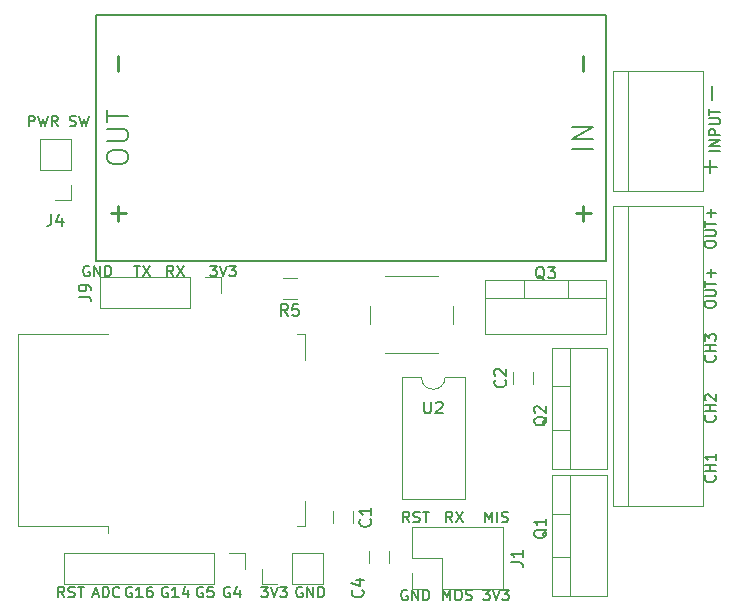
<source format=gto>
G04 #@! TF.GenerationSoftware,KiCad,Pcbnew,(5.1.5)-3*
G04 #@! TF.CreationDate,2020-04-09T15:05:06+03:00*
G04 #@! TF.ProjectId,DCDimmer,44434469-6d6d-4657-922e-6b696361645f,rev?*
G04 #@! TF.SameCoordinates,Original*
G04 #@! TF.FileFunction,Legend,Top*
G04 #@! TF.FilePolarity,Positive*
%FSLAX46Y46*%
G04 Gerber Fmt 4.6, Leading zero omitted, Abs format (unit mm)*
G04 Created by KiCad (PCBNEW (5.1.5)-3) date 2020-04-09 15:05:06*
%MOMM*%
%LPD*%
G04 APERTURE LIST*
%ADD10C,0.150000*%
%ADD11C,0.120000*%
%ADD12C,0.254000*%
%ADD13C,0.127000*%
%ADD14C,0.152400*%
G04 APERTURE END LIST*
D10*
X118265714Y-92725142D02*
X118822857Y-92725142D01*
X118522857Y-93068000D01*
X118651428Y-93068000D01*
X118737142Y-93110857D01*
X118780000Y-93153714D01*
X118822857Y-93239428D01*
X118822857Y-93453714D01*
X118780000Y-93539428D01*
X118737142Y-93582285D01*
X118651428Y-93625142D01*
X118394285Y-93625142D01*
X118308571Y-93582285D01*
X118265714Y-93539428D01*
X119080000Y-92725142D02*
X119380000Y-93625142D01*
X119680000Y-92725142D01*
X119894285Y-92725142D02*
X120451428Y-92725142D01*
X120151428Y-93068000D01*
X120280000Y-93068000D01*
X120365714Y-93110857D01*
X120408571Y-93153714D01*
X120451428Y-93239428D01*
X120451428Y-93453714D01*
X120408571Y-93539428D01*
X120365714Y-93582285D01*
X120280000Y-93625142D01*
X120022857Y-93625142D01*
X119937142Y-93582285D01*
X119894285Y-93539428D01*
X115166000Y-93625142D02*
X114866000Y-93196571D01*
X114651714Y-93625142D02*
X114651714Y-92725142D01*
X114994571Y-92725142D01*
X115080285Y-92768000D01*
X115123142Y-92810857D01*
X115166000Y-92896571D01*
X115166000Y-93025142D01*
X115123142Y-93110857D01*
X115080285Y-93153714D01*
X114994571Y-93196571D01*
X114651714Y-93196571D01*
X115466000Y-92725142D02*
X116066000Y-93625142D01*
X116066000Y-92725142D02*
X115466000Y-93625142D01*
X111836285Y-92725142D02*
X112350571Y-92725142D01*
X112093428Y-93625142D02*
X112093428Y-92725142D01*
X112564857Y-92725142D02*
X113164857Y-93625142D01*
X113164857Y-92725142D02*
X112564857Y-93625142D01*
X108026285Y-92768000D02*
X107940571Y-92725142D01*
X107812000Y-92725142D01*
X107683428Y-92768000D01*
X107597714Y-92853714D01*
X107554857Y-92939428D01*
X107512000Y-93110857D01*
X107512000Y-93239428D01*
X107554857Y-93410857D01*
X107597714Y-93496571D01*
X107683428Y-93582285D01*
X107812000Y-93625142D01*
X107897714Y-93625142D01*
X108026285Y-93582285D01*
X108069142Y-93539428D01*
X108069142Y-93239428D01*
X107897714Y-93239428D01*
X108454857Y-93625142D02*
X108454857Y-92725142D01*
X108969142Y-93625142D01*
X108969142Y-92725142D01*
X109397714Y-93625142D02*
X109397714Y-92725142D01*
X109612000Y-92725142D01*
X109740571Y-92768000D01*
X109826285Y-92853714D01*
X109869142Y-92939428D01*
X109912000Y-93110857D01*
X109912000Y-93239428D01*
X109869142Y-93410857D01*
X109826285Y-93496571D01*
X109740571Y-93582285D01*
X109612000Y-93625142D01*
X109397714Y-93625142D01*
X102924285Y-80925142D02*
X102924285Y-80025142D01*
X103267142Y-80025142D01*
X103352857Y-80068000D01*
X103395714Y-80110857D01*
X103438571Y-80196571D01*
X103438571Y-80325142D01*
X103395714Y-80410857D01*
X103352857Y-80453714D01*
X103267142Y-80496571D01*
X102924285Y-80496571D01*
X103738571Y-80025142D02*
X103952857Y-80925142D01*
X104124285Y-80282285D01*
X104295714Y-80925142D01*
X104510000Y-80025142D01*
X105367142Y-80925142D02*
X105067142Y-80496571D01*
X104852857Y-80925142D02*
X104852857Y-80025142D01*
X105195714Y-80025142D01*
X105281428Y-80068000D01*
X105324285Y-80110857D01*
X105367142Y-80196571D01*
X105367142Y-80325142D01*
X105324285Y-80410857D01*
X105281428Y-80453714D01*
X105195714Y-80496571D01*
X104852857Y-80496571D01*
X106395714Y-80882285D02*
X106524285Y-80925142D01*
X106738571Y-80925142D01*
X106824285Y-80882285D01*
X106867142Y-80839428D01*
X106910000Y-80753714D01*
X106910000Y-80668000D01*
X106867142Y-80582285D01*
X106824285Y-80539428D01*
X106738571Y-80496571D01*
X106567142Y-80453714D01*
X106481428Y-80410857D01*
X106438571Y-80368000D01*
X106395714Y-80282285D01*
X106395714Y-80196571D01*
X106438571Y-80110857D01*
X106481428Y-80068000D01*
X106567142Y-80025142D01*
X106781428Y-80025142D01*
X106910000Y-80068000D01*
X107210000Y-80025142D02*
X107424285Y-80925142D01*
X107595714Y-80282285D01*
X107767142Y-80925142D01*
X107981428Y-80025142D01*
X134950285Y-120200000D02*
X134864571Y-120157142D01*
X134736000Y-120157142D01*
X134607428Y-120200000D01*
X134521714Y-120285714D01*
X134478857Y-120371428D01*
X134436000Y-120542857D01*
X134436000Y-120671428D01*
X134478857Y-120842857D01*
X134521714Y-120928571D01*
X134607428Y-121014285D01*
X134736000Y-121057142D01*
X134821714Y-121057142D01*
X134950285Y-121014285D01*
X134993142Y-120971428D01*
X134993142Y-120671428D01*
X134821714Y-120671428D01*
X135378857Y-121057142D02*
X135378857Y-120157142D01*
X135893142Y-121057142D01*
X135893142Y-120157142D01*
X136321714Y-121057142D02*
X136321714Y-120157142D01*
X136536000Y-120157142D01*
X136664571Y-120200000D01*
X136750285Y-120285714D01*
X136793142Y-120371428D01*
X136836000Y-120542857D01*
X136836000Y-120671428D01*
X136793142Y-120842857D01*
X136750285Y-120928571D01*
X136664571Y-121014285D01*
X136536000Y-121057142D01*
X136321714Y-121057142D01*
X137992000Y-121057142D02*
X137992000Y-120157142D01*
X138292000Y-120800000D01*
X138592000Y-120157142D01*
X138592000Y-121057142D01*
X139192000Y-120157142D02*
X139363428Y-120157142D01*
X139449142Y-120200000D01*
X139534857Y-120285714D01*
X139577714Y-120457142D01*
X139577714Y-120757142D01*
X139534857Y-120928571D01*
X139449142Y-121014285D01*
X139363428Y-121057142D01*
X139192000Y-121057142D01*
X139106285Y-121014285D01*
X139020571Y-120928571D01*
X138977714Y-120757142D01*
X138977714Y-120457142D01*
X139020571Y-120285714D01*
X139106285Y-120200000D01*
X139192000Y-120157142D01*
X139920571Y-121014285D02*
X140049142Y-121057142D01*
X140263428Y-121057142D01*
X140349142Y-121014285D01*
X140392000Y-120971428D01*
X140434857Y-120885714D01*
X140434857Y-120800000D01*
X140392000Y-120714285D01*
X140349142Y-120671428D01*
X140263428Y-120628571D01*
X140092000Y-120585714D01*
X140006285Y-120542857D01*
X139963428Y-120500000D01*
X139920571Y-120414285D01*
X139920571Y-120328571D01*
X139963428Y-120242857D01*
X140006285Y-120200000D01*
X140092000Y-120157142D01*
X140306285Y-120157142D01*
X140434857Y-120200000D01*
X141379714Y-120157142D02*
X141936857Y-120157142D01*
X141636857Y-120500000D01*
X141765428Y-120500000D01*
X141851142Y-120542857D01*
X141894000Y-120585714D01*
X141936857Y-120671428D01*
X141936857Y-120885714D01*
X141894000Y-120971428D01*
X141851142Y-121014285D01*
X141765428Y-121057142D01*
X141508285Y-121057142D01*
X141422571Y-121014285D01*
X141379714Y-120971428D01*
X142194000Y-120157142D02*
X142494000Y-121057142D01*
X142794000Y-120157142D01*
X143008285Y-120157142D02*
X143565428Y-120157142D01*
X143265428Y-120500000D01*
X143394000Y-120500000D01*
X143479714Y-120542857D01*
X143522571Y-120585714D01*
X143565428Y-120671428D01*
X143565428Y-120885714D01*
X143522571Y-120971428D01*
X143479714Y-121014285D01*
X143394000Y-121057142D01*
X143136857Y-121057142D01*
X143051142Y-121014285D01*
X143008285Y-120971428D01*
X141551142Y-114453142D02*
X141551142Y-113553142D01*
X141851142Y-114196000D01*
X142151142Y-113553142D01*
X142151142Y-114453142D01*
X142579714Y-114453142D02*
X142579714Y-113553142D01*
X142965428Y-114410285D02*
X143094000Y-114453142D01*
X143308285Y-114453142D01*
X143394000Y-114410285D01*
X143436857Y-114367428D01*
X143479714Y-114281714D01*
X143479714Y-114196000D01*
X143436857Y-114110285D01*
X143394000Y-114067428D01*
X143308285Y-114024571D01*
X143136857Y-113981714D01*
X143051142Y-113938857D01*
X143008285Y-113896000D01*
X142965428Y-113810285D01*
X142965428Y-113724571D01*
X143008285Y-113638857D01*
X143051142Y-113596000D01*
X143136857Y-113553142D01*
X143351142Y-113553142D01*
X143479714Y-113596000D01*
X138788000Y-114453142D02*
X138488000Y-114024571D01*
X138273714Y-114453142D02*
X138273714Y-113553142D01*
X138616571Y-113553142D01*
X138702285Y-113596000D01*
X138745142Y-113638857D01*
X138788000Y-113724571D01*
X138788000Y-113853142D01*
X138745142Y-113938857D01*
X138702285Y-113981714D01*
X138616571Y-114024571D01*
X138273714Y-114024571D01*
X139088000Y-113553142D02*
X139688000Y-114453142D01*
X139688000Y-113553142D02*
X139088000Y-114453142D01*
X135143142Y-114453142D02*
X134843142Y-114024571D01*
X134628857Y-114453142D02*
X134628857Y-113553142D01*
X134971714Y-113553142D01*
X135057428Y-113596000D01*
X135100285Y-113638857D01*
X135143142Y-113724571D01*
X135143142Y-113853142D01*
X135100285Y-113938857D01*
X135057428Y-113981714D01*
X134971714Y-114024571D01*
X134628857Y-114024571D01*
X135486000Y-114410285D02*
X135614571Y-114453142D01*
X135828857Y-114453142D01*
X135914571Y-114410285D01*
X135957428Y-114367428D01*
X136000285Y-114281714D01*
X136000285Y-114196000D01*
X135957428Y-114110285D01*
X135914571Y-114067428D01*
X135828857Y-114024571D01*
X135657428Y-113981714D01*
X135571714Y-113938857D01*
X135528857Y-113896000D01*
X135486000Y-113810285D01*
X135486000Y-113724571D01*
X135528857Y-113638857D01*
X135571714Y-113596000D01*
X135657428Y-113553142D01*
X135871714Y-113553142D01*
X136000285Y-113596000D01*
X136257428Y-113553142D02*
X136771714Y-113553142D01*
X136514571Y-114453142D02*
X136514571Y-113553142D01*
X126060285Y-119946000D02*
X125974571Y-119903142D01*
X125846000Y-119903142D01*
X125717428Y-119946000D01*
X125631714Y-120031714D01*
X125588857Y-120117428D01*
X125546000Y-120288857D01*
X125546000Y-120417428D01*
X125588857Y-120588857D01*
X125631714Y-120674571D01*
X125717428Y-120760285D01*
X125846000Y-120803142D01*
X125931714Y-120803142D01*
X126060285Y-120760285D01*
X126103142Y-120717428D01*
X126103142Y-120417428D01*
X125931714Y-120417428D01*
X126488857Y-120803142D02*
X126488857Y-119903142D01*
X127003142Y-120803142D01*
X127003142Y-119903142D01*
X127431714Y-120803142D02*
X127431714Y-119903142D01*
X127646000Y-119903142D01*
X127774571Y-119946000D01*
X127860285Y-120031714D01*
X127903142Y-120117428D01*
X127946000Y-120288857D01*
X127946000Y-120417428D01*
X127903142Y-120588857D01*
X127860285Y-120674571D01*
X127774571Y-120760285D01*
X127646000Y-120803142D01*
X127431714Y-120803142D01*
X122583714Y-119903142D02*
X123140857Y-119903142D01*
X122840857Y-120246000D01*
X122969428Y-120246000D01*
X123055142Y-120288857D01*
X123098000Y-120331714D01*
X123140857Y-120417428D01*
X123140857Y-120631714D01*
X123098000Y-120717428D01*
X123055142Y-120760285D01*
X122969428Y-120803142D01*
X122712285Y-120803142D01*
X122626571Y-120760285D01*
X122583714Y-120717428D01*
X123398000Y-119903142D02*
X123698000Y-120803142D01*
X123998000Y-119903142D01*
X124212285Y-119903142D02*
X124769428Y-119903142D01*
X124469428Y-120246000D01*
X124598000Y-120246000D01*
X124683714Y-120288857D01*
X124726571Y-120331714D01*
X124769428Y-120417428D01*
X124769428Y-120631714D01*
X124726571Y-120717428D01*
X124683714Y-120760285D01*
X124598000Y-120803142D01*
X124340857Y-120803142D01*
X124255142Y-120760285D01*
X124212285Y-120717428D01*
X119949142Y-119946000D02*
X119863428Y-119903142D01*
X119734857Y-119903142D01*
X119606285Y-119946000D01*
X119520571Y-120031714D01*
X119477714Y-120117428D01*
X119434857Y-120288857D01*
X119434857Y-120417428D01*
X119477714Y-120588857D01*
X119520571Y-120674571D01*
X119606285Y-120760285D01*
X119734857Y-120803142D01*
X119820571Y-120803142D01*
X119949142Y-120760285D01*
X119992000Y-120717428D01*
X119992000Y-120417428D01*
X119820571Y-120417428D01*
X120763428Y-120203142D02*
X120763428Y-120803142D01*
X120549142Y-119860285D02*
X120334857Y-120503142D01*
X120892000Y-120503142D01*
X117663142Y-119946000D02*
X117577428Y-119903142D01*
X117448857Y-119903142D01*
X117320285Y-119946000D01*
X117234571Y-120031714D01*
X117191714Y-120117428D01*
X117148857Y-120288857D01*
X117148857Y-120417428D01*
X117191714Y-120588857D01*
X117234571Y-120674571D01*
X117320285Y-120760285D01*
X117448857Y-120803142D01*
X117534571Y-120803142D01*
X117663142Y-120760285D01*
X117706000Y-120717428D01*
X117706000Y-120417428D01*
X117534571Y-120417428D01*
X118520285Y-119903142D02*
X118091714Y-119903142D01*
X118048857Y-120331714D01*
X118091714Y-120288857D01*
X118177428Y-120246000D01*
X118391714Y-120246000D01*
X118477428Y-120288857D01*
X118520285Y-120331714D01*
X118563142Y-120417428D01*
X118563142Y-120631714D01*
X118520285Y-120717428D01*
X118477428Y-120760285D01*
X118391714Y-120803142D01*
X118177428Y-120803142D01*
X118091714Y-120760285D01*
X118048857Y-120717428D01*
X114694571Y-119946000D02*
X114608857Y-119903142D01*
X114480285Y-119903142D01*
X114351714Y-119946000D01*
X114266000Y-120031714D01*
X114223142Y-120117428D01*
X114180285Y-120288857D01*
X114180285Y-120417428D01*
X114223142Y-120588857D01*
X114266000Y-120674571D01*
X114351714Y-120760285D01*
X114480285Y-120803142D01*
X114566000Y-120803142D01*
X114694571Y-120760285D01*
X114737428Y-120717428D01*
X114737428Y-120417428D01*
X114566000Y-120417428D01*
X115594571Y-120803142D02*
X115080285Y-120803142D01*
X115337428Y-120803142D02*
X115337428Y-119903142D01*
X115251714Y-120031714D01*
X115166000Y-120117428D01*
X115080285Y-120160285D01*
X116366000Y-120203142D02*
X116366000Y-120803142D01*
X116151714Y-119860285D02*
X115937428Y-120503142D01*
X116494571Y-120503142D01*
X111646571Y-119946000D02*
X111560857Y-119903142D01*
X111432285Y-119903142D01*
X111303714Y-119946000D01*
X111218000Y-120031714D01*
X111175142Y-120117428D01*
X111132285Y-120288857D01*
X111132285Y-120417428D01*
X111175142Y-120588857D01*
X111218000Y-120674571D01*
X111303714Y-120760285D01*
X111432285Y-120803142D01*
X111518000Y-120803142D01*
X111646571Y-120760285D01*
X111689428Y-120717428D01*
X111689428Y-120417428D01*
X111518000Y-120417428D01*
X112546571Y-120803142D02*
X112032285Y-120803142D01*
X112289428Y-120803142D02*
X112289428Y-119903142D01*
X112203714Y-120031714D01*
X112118000Y-120117428D01*
X112032285Y-120160285D01*
X113318000Y-119903142D02*
X113146571Y-119903142D01*
X113060857Y-119946000D01*
X113018000Y-119988857D01*
X112932285Y-120117428D01*
X112889428Y-120288857D01*
X112889428Y-120631714D01*
X112932285Y-120717428D01*
X112975142Y-120760285D01*
X113060857Y-120803142D01*
X113232285Y-120803142D01*
X113318000Y-120760285D01*
X113360857Y-120717428D01*
X113403714Y-120631714D01*
X113403714Y-120417428D01*
X113360857Y-120331714D01*
X113318000Y-120288857D01*
X113232285Y-120246000D01*
X113060857Y-120246000D01*
X112975142Y-120288857D01*
X112932285Y-120331714D01*
X112889428Y-120417428D01*
X108359714Y-120546000D02*
X108788285Y-120546000D01*
X108274000Y-120803142D02*
X108574000Y-119903142D01*
X108874000Y-120803142D01*
X109174000Y-120803142D02*
X109174000Y-119903142D01*
X109388285Y-119903142D01*
X109516857Y-119946000D01*
X109602571Y-120031714D01*
X109645428Y-120117428D01*
X109688285Y-120288857D01*
X109688285Y-120417428D01*
X109645428Y-120588857D01*
X109602571Y-120674571D01*
X109516857Y-120760285D01*
X109388285Y-120803142D01*
X109174000Y-120803142D01*
X110588285Y-120717428D02*
X110545428Y-120760285D01*
X110416857Y-120803142D01*
X110331142Y-120803142D01*
X110202571Y-120760285D01*
X110116857Y-120674571D01*
X110074000Y-120588857D01*
X110031142Y-120417428D01*
X110031142Y-120288857D01*
X110074000Y-120117428D01*
X110116857Y-120031714D01*
X110202571Y-119946000D01*
X110331142Y-119903142D01*
X110416857Y-119903142D01*
X110545428Y-119946000D01*
X110588285Y-119988857D01*
X105933142Y-120803142D02*
X105633142Y-120374571D01*
X105418857Y-120803142D02*
X105418857Y-119903142D01*
X105761714Y-119903142D01*
X105847428Y-119946000D01*
X105890285Y-119988857D01*
X105933142Y-120074571D01*
X105933142Y-120203142D01*
X105890285Y-120288857D01*
X105847428Y-120331714D01*
X105761714Y-120374571D01*
X105418857Y-120374571D01*
X106276000Y-120760285D02*
X106404571Y-120803142D01*
X106618857Y-120803142D01*
X106704571Y-120760285D01*
X106747428Y-120717428D01*
X106790285Y-120631714D01*
X106790285Y-120546000D01*
X106747428Y-120460285D01*
X106704571Y-120417428D01*
X106618857Y-120374571D01*
X106447428Y-120331714D01*
X106361714Y-120288857D01*
X106318857Y-120246000D01*
X106276000Y-120160285D01*
X106276000Y-120074571D01*
X106318857Y-119988857D01*
X106361714Y-119946000D01*
X106447428Y-119903142D01*
X106661714Y-119903142D01*
X106790285Y-119946000D01*
X107047428Y-119903142D02*
X107561714Y-119903142D01*
X107304571Y-120803142D02*
X107304571Y-119903142D01*
X161443142Y-83015714D02*
X160543142Y-83015714D01*
X161443142Y-82587142D02*
X160543142Y-82587142D01*
X161443142Y-82072857D01*
X160543142Y-82072857D01*
X161443142Y-81644285D02*
X160543142Y-81644285D01*
X160543142Y-81301428D01*
X160586000Y-81215714D01*
X160628857Y-81172857D01*
X160714571Y-81130000D01*
X160843142Y-81130000D01*
X160928857Y-81172857D01*
X160971714Y-81215714D01*
X161014571Y-81301428D01*
X161014571Y-81644285D01*
X160543142Y-80744285D02*
X161271714Y-80744285D01*
X161357428Y-80701428D01*
X161400285Y-80658571D01*
X161443142Y-80572857D01*
X161443142Y-80401428D01*
X161400285Y-80315714D01*
X161357428Y-80272857D01*
X161271714Y-80230000D01*
X160543142Y-80230000D01*
X160543142Y-79930000D02*
X160543142Y-79415714D01*
X161443142Y-79672857D02*
X160543142Y-79672857D01*
X160762142Y-78676428D02*
X160762142Y-77533571D01*
X160635142Y-84899428D02*
X160635142Y-83756571D01*
X161206571Y-84328000D02*
X160063714Y-84328000D01*
X160162142Y-90992142D02*
X160162142Y-90820714D01*
X160205000Y-90735000D01*
X160290714Y-90649285D01*
X160462142Y-90606428D01*
X160762142Y-90606428D01*
X160933571Y-90649285D01*
X161019285Y-90735000D01*
X161062142Y-90820714D01*
X161062142Y-90992142D01*
X161019285Y-91077857D01*
X160933571Y-91163571D01*
X160762142Y-91206428D01*
X160462142Y-91206428D01*
X160290714Y-91163571D01*
X160205000Y-91077857D01*
X160162142Y-90992142D01*
X160162142Y-90220714D02*
X160890714Y-90220714D01*
X160976428Y-90177857D01*
X161019285Y-90135000D01*
X161062142Y-90049285D01*
X161062142Y-89877857D01*
X161019285Y-89792142D01*
X160976428Y-89749285D01*
X160890714Y-89706428D01*
X160162142Y-89706428D01*
X160162142Y-89406428D02*
X160162142Y-88892142D01*
X161062142Y-89149285D02*
X160162142Y-89149285D01*
X160719285Y-88592142D02*
X160719285Y-87906428D01*
X161062142Y-88249285D02*
X160376428Y-88249285D01*
X160162142Y-96072142D02*
X160162142Y-95900714D01*
X160205000Y-95815000D01*
X160290714Y-95729285D01*
X160462142Y-95686428D01*
X160762142Y-95686428D01*
X160933571Y-95729285D01*
X161019285Y-95815000D01*
X161062142Y-95900714D01*
X161062142Y-96072142D01*
X161019285Y-96157857D01*
X160933571Y-96243571D01*
X160762142Y-96286428D01*
X160462142Y-96286428D01*
X160290714Y-96243571D01*
X160205000Y-96157857D01*
X160162142Y-96072142D01*
X160162142Y-95300714D02*
X160890714Y-95300714D01*
X160976428Y-95257857D01*
X161019285Y-95215000D01*
X161062142Y-95129285D01*
X161062142Y-94957857D01*
X161019285Y-94872142D01*
X160976428Y-94829285D01*
X160890714Y-94786428D01*
X160162142Y-94786428D01*
X160162142Y-94486428D02*
X160162142Y-93972142D01*
X161062142Y-94229285D02*
X160162142Y-94229285D01*
X160719285Y-93672142D02*
X160719285Y-92986428D01*
X161062142Y-93329285D02*
X160376428Y-93329285D01*
X160976428Y-100316428D02*
X161019285Y-100359285D01*
X161062142Y-100487857D01*
X161062142Y-100573571D01*
X161019285Y-100702142D01*
X160933571Y-100787857D01*
X160847857Y-100830714D01*
X160676428Y-100873571D01*
X160547857Y-100873571D01*
X160376428Y-100830714D01*
X160290714Y-100787857D01*
X160205000Y-100702142D01*
X160162142Y-100573571D01*
X160162142Y-100487857D01*
X160205000Y-100359285D01*
X160247857Y-100316428D01*
X161062142Y-99930714D02*
X160162142Y-99930714D01*
X160590714Y-99930714D02*
X160590714Y-99416428D01*
X161062142Y-99416428D02*
X160162142Y-99416428D01*
X160162142Y-99073571D02*
X160162142Y-98516428D01*
X160505000Y-98816428D01*
X160505000Y-98687857D01*
X160547857Y-98602142D01*
X160590714Y-98559285D01*
X160676428Y-98516428D01*
X160890714Y-98516428D01*
X160976428Y-98559285D01*
X161019285Y-98602142D01*
X161062142Y-98687857D01*
X161062142Y-98945000D01*
X161019285Y-99030714D01*
X160976428Y-99073571D01*
X160976428Y-105396428D02*
X161019285Y-105439285D01*
X161062142Y-105567857D01*
X161062142Y-105653571D01*
X161019285Y-105782142D01*
X160933571Y-105867857D01*
X160847857Y-105910714D01*
X160676428Y-105953571D01*
X160547857Y-105953571D01*
X160376428Y-105910714D01*
X160290714Y-105867857D01*
X160205000Y-105782142D01*
X160162142Y-105653571D01*
X160162142Y-105567857D01*
X160205000Y-105439285D01*
X160247857Y-105396428D01*
X161062142Y-105010714D02*
X160162142Y-105010714D01*
X160590714Y-105010714D02*
X160590714Y-104496428D01*
X161062142Y-104496428D02*
X160162142Y-104496428D01*
X160247857Y-104110714D02*
X160205000Y-104067857D01*
X160162142Y-103982142D01*
X160162142Y-103767857D01*
X160205000Y-103682142D01*
X160247857Y-103639285D01*
X160333571Y-103596428D01*
X160419285Y-103596428D01*
X160547857Y-103639285D01*
X161062142Y-104153571D01*
X161062142Y-103596428D01*
X160976428Y-110476428D02*
X161019285Y-110519285D01*
X161062142Y-110647857D01*
X161062142Y-110733571D01*
X161019285Y-110862142D01*
X160933571Y-110947857D01*
X160847857Y-110990714D01*
X160676428Y-111033571D01*
X160547857Y-111033571D01*
X160376428Y-110990714D01*
X160290714Y-110947857D01*
X160205000Y-110862142D01*
X160162142Y-110733571D01*
X160162142Y-110647857D01*
X160205000Y-110519285D01*
X160247857Y-110476428D01*
X161062142Y-110090714D02*
X160162142Y-110090714D01*
X160590714Y-110090714D02*
X160590714Y-109576428D01*
X161062142Y-109576428D02*
X160162142Y-109576428D01*
X161062142Y-108676428D02*
X161062142Y-109190714D01*
X161062142Y-108933571D02*
X160162142Y-108933571D01*
X160290714Y-109019285D01*
X160376428Y-109105000D01*
X160419285Y-109190714D01*
D11*
X133080000Y-100115000D02*
X137580000Y-100115000D01*
X131830000Y-96115000D02*
X131830000Y-97615000D01*
X137580000Y-93615000D02*
X133080000Y-93615000D01*
X138830000Y-97615000D02*
X138830000Y-96115000D01*
X138160000Y-102175000D02*
G75*
G02X136160000Y-102175000I-1000000J0D01*
G01*
X136160000Y-102175000D02*
X134510000Y-102175000D01*
X134510000Y-102175000D02*
X134510000Y-112455000D01*
X134510000Y-112455000D02*
X139810000Y-112455000D01*
X139810000Y-112455000D02*
X139810000Y-102175000D01*
X139810000Y-102175000D02*
X138160000Y-102175000D01*
X141565000Y-93900000D02*
X151805000Y-93900000D01*
X141565000Y-98541000D02*
X151805000Y-98541000D01*
X141565000Y-93900000D02*
X141565000Y-98541000D01*
X151805000Y-93900000D02*
X151805000Y-98541000D01*
X141565000Y-95410000D02*
X151805000Y-95410000D01*
X144835000Y-93900000D02*
X144835000Y-95410000D01*
X148536000Y-93900000D02*
X148536000Y-95410000D01*
X152400000Y-87630000D02*
X152400000Y-113030000D01*
X153670000Y-87630000D02*
X153670000Y-113030000D01*
X160020000Y-87630000D02*
X160020000Y-113030000D01*
X160020000Y-113030000D02*
X152400000Y-113030000D01*
X160020000Y-87630000D02*
X152400000Y-87630000D01*
X153670000Y-86360000D02*
X153670000Y-76200000D01*
X152400000Y-86360000D02*
X160020000Y-86360000D01*
X160020000Y-86360000D02*
X160020000Y-76200000D01*
X160020000Y-76200000D02*
X152400000Y-76200000D01*
X152400000Y-76200000D02*
X152400000Y-86360000D01*
D12*
X150495000Y-88265000D02*
X149225000Y-88265000D01*
X149860000Y-88900000D02*
X149860000Y-87630000D01*
X110490000Y-74930000D02*
X110490000Y-76200000D01*
X149860000Y-74930000D02*
X149860000Y-76200000D01*
X111125000Y-88265000D02*
X109855000Y-88265000D01*
X110490000Y-88900000D02*
X110490000Y-87630000D01*
D13*
X151765000Y-71501000D02*
X151765000Y-92329000D01*
X108585000Y-71501000D02*
X151765000Y-71501000D01*
X108585000Y-92329000D02*
X108585000Y-71501000D01*
X151765000Y-92329000D02*
X108585000Y-92329000D01*
D11*
X105858000Y-117034000D02*
X105858000Y-119694000D01*
X118618000Y-117034000D02*
X105858000Y-117034000D01*
X118618000Y-119694000D02*
X105858000Y-119694000D01*
X118618000Y-117034000D02*
X118618000Y-119694000D01*
X119888000Y-117034000D02*
X121218000Y-117034000D01*
X121218000Y-117034000D02*
X121218000Y-118364000D01*
X108906000Y-93666000D02*
X108906000Y-96326000D01*
X116586000Y-93666000D02*
X108906000Y-93666000D01*
X116586000Y-96326000D02*
X108906000Y-96326000D01*
X116586000Y-93666000D02*
X116586000Y-96326000D01*
X117856000Y-93666000D02*
X119186000Y-93666000D01*
X119186000Y-93666000D02*
X119186000Y-94996000D01*
X127822000Y-119694000D02*
X127822000Y-117034000D01*
X125222000Y-119694000D02*
X127822000Y-119694000D01*
X125222000Y-117034000D02*
X127822000Y-117034000D01*
X125222000Y-119694000D02*
X125222000Y-117034000D01*
X123952000Y-119694000D02*
X122622000Y-119694000D01*
X122622000Y-119694000D02*
X122622000Y-118364000D01*
X133438000Y-117848000D02*
X133438000Y-116848000D01*
X131738000Y-116848000D02*
X131738000Y-117848000D01*
X125615000Y-95495000D02*
X124415000Y-95495000D01*
X124415000Y-93735000D02*
X125615000Y-93735000D01*
X143930000Y-101735000D02*
X143930000Y-102735000D01*
X145630000Y-102735000D02*
X145630000Y-101735000D01*
X128690000Y-113526000D02*
X128690000Y-114526000D01*
X130390000Y-114526000D02*
X130390000Y-113526000D01*
X106486000Y-81982000D02*
X103826000Y-81982000D01*
X106486000Y-84582000D02*
X106486000Y-81982000D01*
X103826000Y-84582000D02*
X103826000Y-81982000D01*
X106486000Y-84582000D02*
X103826000Y-84582000D01*
X106486000Y-85852000D02*
X106486000Y-87182000D01*
X106486000Y-87182000D02*
X105156000Y-87182000D01*
X143062000Y-120075000D02*
X143062000Y-114875000D01*
X137922000Y-120075000D02*
X143062000Y-120075000D01*
X135322000Y-114875000D02*
X143062000Y-114875000D01*
X137922000Y-120075000D02*
X137922000Y-117475000D01*
X137922000Y-117475000D02*
X135322000Y-117475000D01*
X135322000Y-117475000D02*
X135322000Y-114875000D01*
X136652000Y-120075000D02*
X135322000Y-120075000D01*
X135322000Y-120075000D02*
X135322000Y-118745000D01*
X147240000Y-109895000D02*
X147240000Y-99655000D01*
X151881000Y-109895000D02*
X151881000Y-99655000D01*
X147240000Y-109895000D02*
X151881000Y-109895000D01*
X147240000Y-99655000D02*
X151881000Y-99655000D01*
X148750000Y-109895000D02*
X148750000Y-99655000D01*
X147240000Y-106625000D02*
X148750000Y-106625000D01*
X147240000Y-102924000D02*
X148750000Y-102924000D01*
X147240000Y-120690000D02*
X147240000Y-110450000D01*
X151881000Y-120690000D02*
X151881000Y-110450000D01*
X147240000Y-120690000D02*
X151881000Y-120690000D01*
X147240000Y-110450000D02*
X151881000Y-110450000D01*
X148750000Y-120690000D02*
X148750000Y-110450000D01*
X147240000Y-117420000D02*
X148750000Y-117420000D01*
X147240000Y-113719000D02*
X148750000Y-113719000D01*
X102030000Y-114780000D02*
X102030000Y-98540000D01*
X102030000Y-98540000D02*
X109650000Y-98540000D01*
X125650000Y-98540000D02*
X126270000Y-98540000D01*
X126270000Y-98540000D02*
X126270000Y-100660000D01*
X126270000Y-112660000D02*
X126270000Y-114780000D01*
X126270000Y-114780000D02*
X125650000Y-114780000D01*
X109650000Y-114780000D02*
X102030000Y-114780000D01*
X109650000Y-114780000D02*
X109650000Y-115390000D01*
D10*
X136398095Y-104227380D02*
X136398095Y-105036904D01*
X136445714Y-105132142D01*
X136493333Y-105179761D01*
X136588571Y-105227380D01*
X136779047Y-105227380D01*
X136874285Y-105179761D01*
X136921904Y-105132142D01*
X136969523Y-105036904D01*
X136969523Y-104227380D01*
X137398095Y-104322619D02*
X137445714Y-104275000D01*
X137540952Y-104227380D01*
X137779047Y-104227380D01*
X137874285Y-104275000D01*
X137921904Y-104322619D01*
X137969523Y-104417857D01*
X137969523Y-104513095D01*
X137921904Y-104655952D01*
X137350476Y-105227380D01*
X137969523Y-105227380D01*
X146589761Y-93892619D02*
X146494523Y-93845000D01*
X146399285Y-93749761D01*
X146256428Y-93606904D01*
X146161190Y-93559285D01*
X146065952Y-93559285D01*
X146113571Y-93797380D02*
X146018333Y-93749761D01*
X145923095Y-93654523D01*
X145875476Y-93464047D01*
X145875476Y-93130714D01*
X145923095Y-92940238D01*
X146018333Y-92845000D01*
X146113571Y-92797380D01*
X146304047Y-92797380D01*
X146399285Y-92845000D01*
X146494523Y-92940238D01*
X146542142Y-93130714D01*
X146542142Y-93464047D01*
X146494523Y-93654523D01*
X146399285Y-93749761D01*
X146304047Y-93797380D01*
X146113571Y-93797380D01*
X146875476Y-92797380D02*
X147494523Y-92797380D01*
X147161190Y-93178333D01*
X147304047Y-93178333D01*
X147399285Y-93225952D01*
X147446904Y-93273571D01*
X147494523Y-93368809D01*
X147494523Y-93606904D01*
X147446904Y-93702142D01*
X147399285Y-93749761D01*
X147304047Y-93797380D01*
X147018333Y-93797380D01*
X146923095Y-93749761D01*
X146875476Y-93702142D01*
D14*
X109516333Y-83693000D02*
X109516333Y-83354333D01*
X109601000Y-83185000D01*
X109770333Y-83015666D01*
X110109000Y-82931000D01*
X110701666Y-82931000D01*
X111040333Y-83015666D01*
X111209666Y-83185000D01*
X111294333Y-83354333D01*
X111294333Y-83693000D01*
X111209666Y-83862333D01*
X111040333Y-84031666D01*
X110701666Y-84116333D01*
X110109000Y-84116333D01*
X109770333Y-84031666D01*
X109601000Y-83862333D01*
X109516333Y-83693000D01*
X109516333Y-82169000D02*
X110955666Y-82169000D01*
X111125000Y-82084333D01*
X111209666Y-81999666D01*
X111294333Y-81830333D01*
X111294333Y-81491666D01*
X111209666Y-81322333D01*
X111125000Y-81237666D01*
X110955666Y-81153000D01*
X109516333Y-81153000D01*
X109516333Y-80560333D02*
X109516333Y-79544333D01*
X111294333Y-80052333D02*
X109516333Y-80052333D01*
X150664333Y-82846333D02*
X148886333Y-82846333D01*
X150664333Y-81999666D02*
X148886333Y-81999666D01*
X150664333Y-80983666D01*
X148886333Y-80983666D01*
D10*
X107148380Y-95329333D02*
X107862666Y-95329333D01*
X108005523Y-95376952D01*
X108100761Y-95472190D01*
X108148380Y-95615047D01*
X108148380Y-95710285D01*
X108148380Y-94805523D02*
X108148380Y-94615047D01*
X108100761Y-94519809D01*
X108053142Y-94472190D01*
X107910285Y-94376952D01*
X107719809Y-94329333D01*
X107338857Y-94329333D01*
X107243619Y-94376952D01*
X107196000Y-94424571D01*
X107148380Y-94519809D01*
X107148380Y-94710285D01*
X107196000Y-94805523D01*
X107243619Y-94853142D01*
X107338857Y-94900761D01*
X107576952Y-94900761D01*
X107672190Y-94853142D01*
X107719809Y-94805523D01*
X107767428Y-94710285D01*
X107767428Y-94519809D01*
X107719809Y-94424571D01*
X107672190Y-94376952D01*
X107576952Y-94329333D01*
X131167142Y-120181666D02*
X131214761Y-120229285D01*
X131262380Y-120372142D01*
X131262380Y-120467380D01*
X131214761Y-120610238D01*
X131119523Y-120705476D01*
X131024285Y-120753095D01*
X130833809Y-120800714D01*
X130690952Y-120800714D01*
X130500476Y-120753095D01*
X130405238Y-120705476D01*
X130310000Y-120610238D01*
X130262380Y-120467380D01*
X130262380Y-120372142D01*
X130310000Y-120229285D01*
X130357619Y-120181666D01*
X130595714Y-119324523D02*
X131262380Y-119324523D01*
X130214761Y-119562619D02*
X130929047Y-119800714D01*
X130929047Y-119181666D01*
X124848333Y-96972380D02*
X124515000Y-96496190D01*
X124276904Y-96972380D02*
X124276904Y-95972380D01*
X124657857Y-95972380D01*
X124753095Y-96020000D01*
X124800714Y-96067619D01*
X124848333Y-96162857D01*
X124848333Y-96305714D01*
X124800714Y-96400952D01*
X124753095Y-96448571D01*
X124657857Y-96496190D01*
X124276904Y-96496190D01*
X125753095Y-95972380D02*
X125276904Y-95972380D01*
X125229285Y-96448571D01*
X125276904Y-96400952D01*
X125372142Y-96353333D01*
X125610238Y-96353333D01*
X125705476Y-96400952D01*
X125753095Y-96448571D01*
X125800714Y-96543809D01*
X125800714Y-96781904D01*
X125753095Y-96877142D01*
X125705476Y-96924761D01*
X125610238Y-96972380D01*
X125372142Y-96972380D01*
X125276904Y-96924761D01*
X125229285Y-96877142D01*
X143232142Y-102401666D02*
X143279761Y-102449285D01*
X143327380Y-102592142D01*
X143327380Y-102687380D01*
X143279761Y-102830238D01*
X143184523Y-102925476D01*
X143089285Y-102973095D01*
X142898809Y-103020714D01*
X142755952Y-103020714D01*
X142565476Y-102973095D01*
X142470238Y-102925476D01*
X142375000Y-102830238D01*
X142327380Y-102687380D01*
X142327380Y-102592142D01*
X142375000Y-102449285D01*
X142422619Y-102401666D01*
X142422619Y-102020714D02*
X142375000Y-101973095D01*
X142327380Y-101877857D01*
X142327380Y-101639761D01*
X142375000Y-101544523D01*
X142422619Y-101496904D01*
X142517857Y-101449285D01*
X142613095Y-101449285D01*
X142755952Y-101496904D01*
X143327380Y-102068333D01*
X143327380Y-101449285D01*
X131802142Y-114192666D02*
X131849761Y-114240285D01*
X131897380Y-114383142D01*
X131897380Y-114478380D01*
X131849761Y-114621238D01*
X131754523Y-114716476D01*
X131659285Y-114764095D01*
X131468809Y-114811714D01*
X131325952Y-114811714D01*
X131135476Y-114764095D01*
X131040238Y-114716476D01*
X130945000Y-114621238D01*
X130897380Y-114478380D01*
X130897380Y-114383142D01*
X130945000Y-114240285D01*
X130992619Y-114192666D01*
X131897380Y-113240285D02*
X131897380Y-113811714D01*
X131897380Y-113526000D02*
X130897380Y-113526000D01*
X131040238Y-113621238D01*
X131135476Y-113716476D01*
X131183095Y-113811714D01*
X104822666Y-88352380D02*
X104822666Y-89066666D01*
X104775047Y-89209523D01*
X104679809Y-89304761D01*
X104536952Y-89352380D01*
X104441714Y-89352380D01*
X105727428Y-88685714D02*
X105727428Y-89352380D01*
X105489333Y-88304761D02*
X105251238Y-89019047D01*
X105870285Y-89019047D01*
X143724380Y-117808333D02*
X144438666Y-117808333D01*
X144581523Y-117855952D01*
X144676761Y-117951190D01*
X144724380Y-118094047D01*
X144724380Y-118189285D01*
X144724380Y-116808333D02*
X144724380Y-117379761D01*
X144724380Y-117094047D02*
X143724380Y-117094047D01*
X143867238Y-117189285D01*
X143962476Y-117284523D01*
X144010095Y-117379761D01*
X146787619Y-105505238D02*
X146740000Y-105600476D01*
X146644761Y-105695714D01*
X146501904Y-105838571D01*
X146454285Y-105933809D01*
X146454285Y-106029047D01*
X146692380Y-105981428D02*
X146644761Y-106076666D01*
X146549523Y-106171904D01*
X146359047Y-106219523D01*
X146025714Y-106219523D01*
X145835238Y-106171904D01*
X145740000Y-106076666D01*
X145692380Y-105981428D01*
X145692380Y-105790952D01*
X145740000Y-105695714D01*
X145835238Y-105600476D01*
X146025714Y-105552857D01*
X146359047Y-105552857D01*
X146549523Y-105600476D01*
X146644761Y-105695714D01*
X146692380Y-105790952D01*
X146692380Y-105981428D01*
X145787619Y-105171904D02*
X145740000Y-105124285D01*
X145692380Y-105029047D01*
X145692380Y-104790952D01*
X145740000Y-104695714D01*
X145787619Y-104648095D01*
X145882857Y-104600476D01*
X145978095Y-104600476D01*
X146120952Y-104648095D01*
X146692380Y-105219523D01*
X146692380Y-104600476D01*
X146787619Y-115030238D02*
X146740000Y-115125476D01*
X146644761Y-115220714D01*
X146501904Y-115363571D01*
X146454285Y-115458809D01*
X146454285Y-115554047D01*
X146692380Y-115506428D02*
X146644761Y-115601666D01*
X146549523Y-115696904D01*
X146359047Y-115744523D01*
X146025714Y-115744523D01*
X145835238Y-115696904D01*
X145740000Y-115601666D01*
X145692380Y-115506428D01*
X145692380Y-115315952D01*
X145740000Y-115220714D01*
X145835238Y-115125476D01*
X146025714Y-115077857D01*
X146359047Y-115077857D01*
X146549523Y-115125476D01*
X146644761Y-115220714D01*
X146692380Y-115315952D01*
X146692380Y-115506428D01*
X146692380Y-114125476D02*
X146692380Y-114696904D01*
X146692380Y-114411190D02*
X145692380Y-114411190D01*
X145835238Y-114506428D01*
X145930476Y-114601666D01*
X145978095Y-114696904D01*
M02*

</source>
